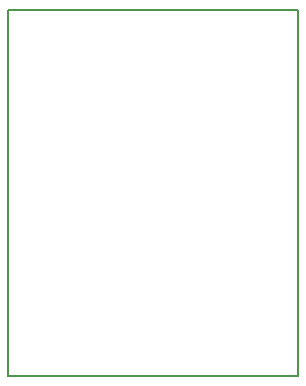
<source format=gbr>
G04 #@! TF.GenerationSoftware,KiCad,Pcbnew,5.0.2-bee76a0~70~ubuntu18.04.1*
G04 #@! TF.CreationDate,2019-12-02T13:59:34+01:00*
G04 #@! TF.ProjectId,current_sense_tli4970,63757272-656e-4745-9f73-656e73655f74,rev?*
G04 #@! TF.SameCoordinates,Original*
G04 #@! TF.FileFunction,Profile,NP*
%FSLAX46Y46*%
G04 Gerber Fmt 4.6, Leading zero omitted, Abs format (unit mm)*
G04 Created by KiCad (PCBNEW 5.0.2-bee76a0~70~ubuntu18.04.1) date Mo 02 Dez 2019 13:59:34 CET*
%MOMM*%
%LPD*%
G01*
G04 APERTURE LIST*
%ADD10C,0.150000*%
G04 APERTURE END LIST*
D10*
X0Y-31000000D02*
X0Y0D01*
X24500000Y-31000000D02*
X0Y-31000000D01*
X24500000Y0D02*
X24500000Y-31000000D01*
X0Y0D02*
X24500000Y0D01*
M02*

</source>
